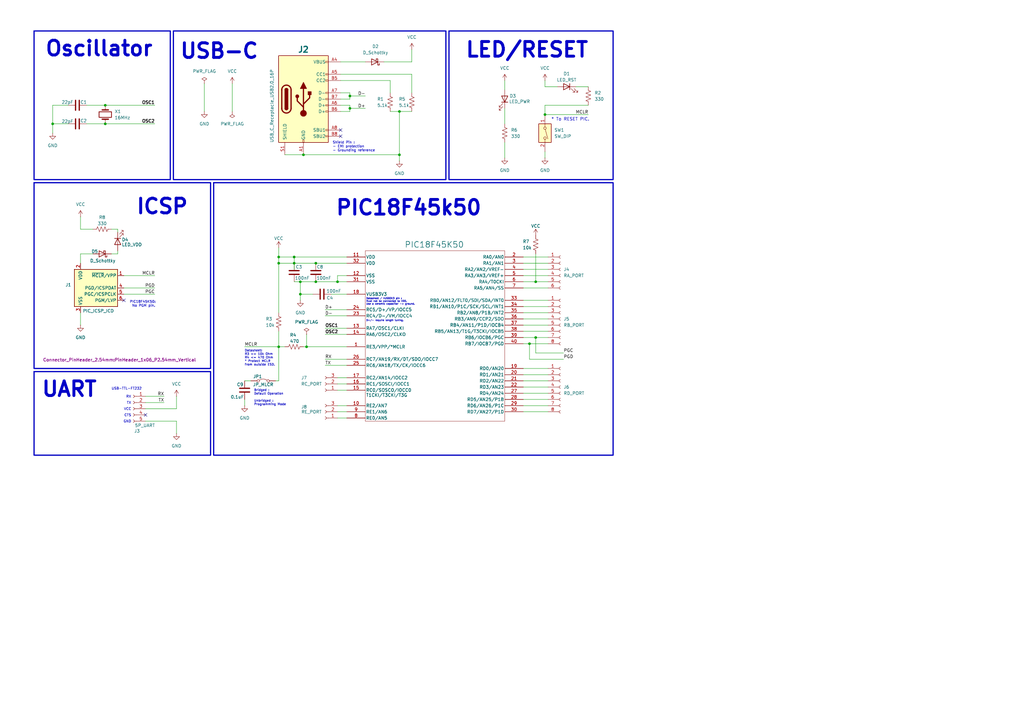
<source format=kicad_sch>
(kicad_sch (version 20231120) (generator "eeschema") (generator_version "8.0")
  (paper "A3")
  (lib_symbols
    (symbol "Connector:Conn_01x03_Socket" (pin_names (offset 1.016) hide)
      (property "Reference" "J" (at 0 5.08 0))
      (property "Value" "Conn_01x03_Socket" (at 0 -5.08 0))
      (symbol "Conn_01x03_Socket_1_1"
        (arc (start 0 -2.032) (mid -0.5058 -2.54) (end 0 -3.048) (stroke (width 0.1524)))
        (polyline (pts (xy -1.27 -2.54) (xy -0.508 -2.54)) (stroke (width 0.1524)))
        (polyline (pts (xy -1.27 0) (xy -0.508 0)) (stroke (width 0.1524)))
        (polyline (pts (xy -1.27 2.54) (xy -0.508 2.54)) (stroke (width 0.1524)))
        (arc (start 0 0.508) (mid -0.5058 0) (end 0 -0.508) (stroke (width 0.1524)))
        (arc (start 0 3.048) (mid -0.5058 2.54) (end 0 2.032) (stroke (width 0.1524)))
        (pin passive line (at -5.08 2.54 0) (length 3.81) (name "Pin_1") (number "1"))
        (pin passive line (at -5.08 0 0) (length 3.81) (name "Pin_2") (number "2"))
        (pin passive line (at -5.08 -2.54 0) (length 3.81) (name "Pin_3") (number "3"))
      )
    )
    (symbol "Connector:Conn_01x05_Socket" (pin_names (offset 1.016) hide)
      (property "Reference" "J" (at 0 7.62 0))
      (property "Value" "Conn_01x05_Socket" (at 0 -7.62 0))
      (symbol "Conn_01x05_Socket_1_1"
        (arc (start 0 -4.572) (mid -0.5058 -5.08) (end 0 -5.588) (stroke (width 0.1524)))
        (arc (start 0 -2.032) (mid -0.5058 -2.54) (end 0 -3.048) (stroke (width 0.1524)))
        (polyline (pts (xy -1.27 -5.08) (xy -0.508 -5.08)) (stroke (width 0.1524)))
        (polyline (pts (xy -1.27 -2.54) (xy -0.508 -2.54)) (stroke (width 0.1524)))
        (polyline (pts (xy -1.27 0) (xy -0.508 0)) (stroke (width 0.1524)))
        (polyline (pts (xy -1.27 2.54) (xy -0.508 2.54)) (stroke (width 0.1524)))
        (polyline (pts (xy -1.27 5.08) (xy -0.508 5.08)) (stroke (width 0.1524)))
        (arc (start 0 0.508) (mid -0.5058 0) (end 0 -0.508) (stroke (width 0.1524)))
        (arc (start 0 3.048) (mid -0.5058 2.54) (end 0 2.032) (stroke (width 0.1524)))
        (arc (start 0 5.588) (mid -0.5058 5.08) (end 0 4.572) (stroke (width 0.1524)))
        (pin passive line (at -5.08 5.08 0) (length 3.81) (name "Pin_1") (number "1"))
        (pin passive line (at -5.08 2.54 0) (length 3.81) (name "Pin_2") (number "2"))
        (pin passive line (at -5.08 0 0) (length 3.81) (name "Pin_3") (number "3"))
        (pin passive line (at -5.08 -2.54 0) (length 3.81) (name "Pin_4") (number "4"))
        (pin passive line (at -5.08 -5.08 0) (length 3.81) (name "Pin_5") (number "5"))
      )
    )
    (symbol "Connector:Conn_01x06_Socket" (pin_names (offset 1.016) hide)
      (property "Reference" "J" (at 0 7.62 0))
      (property "Value" "Conn_01x06_Socket" (at 0 -10.16 0))
      (symbol "Conn_01x06_Socket_1_1"
        (arc (start 0 -7.112) (mid -0.5058 -7.62) (end 0 -8.128) (stroke (width 0.1524)))
        (arc (start 0 -4.572) (mid -0.5058 -5.08) (end 0 -5.588) (stroke (width 0.1524)))
        (arc (start 0 -2.032) (mid -0.5058 -2.54) (end 0 -3.048) (stroke (width 0.1524)))
        (polyline (pts (xy -1.27 -7.62) (xy -0.508 -7.62)) (stroke (width 0.1524)))
        (polyline (pts (xy -1.27 -5.08) (xy -0.508 -5.08)) (stroke (width 0.1524)))
        (polyline (pts (xy -1.27 -2.54) (xy -0.508 -2.54)) (stroke (width 0.1524)))
        (polyline (pts (xy -1.27 0) (xy -0.508 0)) (stroke (width 0.1524)))
        (polyline (pts (xy -1.27 2.54) (xy -0.508 2.54)) (stroke (width 0.1524)))
        (polyline (pts (xy -1.27 5.08) (xy -0.508 5.08)) (stroke (width 0.1524)))
        (arc (start 0 0.508) (mid -0.5058 0) (end 0 -0.508) (stroke (width 0.1524)))
        (arc (start 0 3.048) (mid -0.5058 2.54) (end 0 2.032) (stroke (width 0.1524)))
        (arc (start 0 5.588) (mid -0.5058 5.08) (end 0 4.572) (stroke (width 0.1524)))
        (pin passive line (at -5.08 5.08 0) (length 3.81) (name "Pin_1") (number "1"))
        (pin passive line (at -5.08 2.54 0) (length 3.81) (name "Pin_2") (number "2"))
        (pin passive line (at -5.08 0 0) (length 3.81) (name "Pin_3") (number "3"))
        (pin passive line (at -5.08 -2.54 0) (length 3.81) (name "Pin_4") (number "4"))
        (pin passive line (at -5.08 -5.08 0) (length 3.81) (name "Pin_5") (number "5"))
        (pin passive line (at -5.08 -7.62 0) (length 3.81) (name "Pin_6") (number "6"))
      )
    )
    (symbol "Connector:Conn_01x08_Socket" (pin_names (offset 1.016) hide)
      (property "Reference" "J" (at 0 10.16 0))
      (property "Value" "Conn_01x08_Socket" (at 0 -12.7 0))
      (symbol "Conn_01x08_Socket_1_1"
        (arc (start 0 -9.652) (mid -0.5058 -10.16) (end 0 -10.668) (stroke (width 0.1524)))
        (arc (start 0 -7.112) (mid -0.5058 -7.62) (end 0 -8.128) (stroke (width 0.1524)))
        (arc (start 0 -4.572) (mid -0.5058 -5.08) (end 0 -5.588) (stroke (width 0.1524)))
        (arc (start 0 -2.032) (mid -0.5058 -2.54) (end 0 -3.048) (stroke (width 0.1524)))
        (polyline (pts (xy -1.27 -10.16) (xy -0.508 -10.16)) (stroke (width 0.1524)))
        (polyline (pts (xy -1.27 -7.62) (xy -0.508 -7.62)) (stroke (width 0.1524)))
        (polyline (pts (xy -1.27 -5.08) (xy -0.508 -5.08)) (stroke (width 0.1524)))
        (polyline (pts (xy -1.27 -2.54) (xy -0.508 -2.54)) (stroke (width 0.1524)))
        (polyline (pts (xy -1.27 0) (xy -0.508 0)) (stroke (width 0.1524)))
        (polyline (pts (xy -1.27 2.54) (xy -0.508 2.54)) (stroke (width 0.1524)))
        (polyline (pts (xy -1.27 5.08) (xy -0.508 5.08)) (stroke (width 0.1524)))
        (polyline (pts (xy -1.27 7.62) (xy -0.508 7.62)) (stroke (width 0.1524)))
        (arc (start 0 0.508) (mid -0.5058 0) (end 0 -0.508) (stroke (width 0.1524)))
        (arc (start 0 3.048) (mid -0.5058 2.54) (end 0 2.032) (stroke (width 0.1524)))
        (arc (start 0 5.588) (mid -0.5058 5.08) (end 0 4.572) (stroke (width 0.1524)))
        (arc (start 0 8.128) (mid -0.5058 7.62) (end 0 7.112) (stroke (width 0.1524)))
        (pin passive line (at -5.08 7.62 0) (length 3.81) (name "Pin_1") (number "1"))
        (pin passive line (at -5.08 5.08 0) (length 3.81) (name "Pin_2") (number "2"))
        (pin passive line (at -5.08 2.54 0) (length 3.81) (name "Pin_3") (number "3"))
        (pin passive line (at -5.08 0 0) (length 3.81) (name "Pin_4") (number "4"))
        (pin passive line (at -5.08 -2.54 0) (length 3.81) (name "Pin_5") (number "5"))
        (pin passive line (at -5.08 -5.08 0) (length 3.81) (name "Pin_6") (number "6"))
        (pin passive line (at -5.08 -7.62 0) (length 3.81) (name "Pin_7") (number "7"))
        (pin passive line (at -5.08 -10.16 0) (length 3.81) (name "Pin_8") (number "8"))
      )
    )
    (symbol "Connector:Conn_PIC_ICSP_ICD"
      (property "Reference" "J" (at 6.35 8.89 0))
      (property "Value" "Conn_PIC_ICSP_ICD" (at -8.89 -1.27 90))
      (symbol "Conn_PIC_ICSP_ICD_0_1"
        (rectangle (start -7.62 7.62) (end 10.16 -7.62) (stroke (width 0.254)) (fill (type background)))
      )
      (symbol "Conn_PIC_ICSP_ICD_1_1"
        (pin passive line (at 12.7 5.08 180) (length 2.54) (name "~{MCLR}/VPP") (number "1"))
        (pin passive line (at -5.08 10.16 270) (length 2.54) (name "VDD") (number "2"))
        (pin power_in line (at -5.08 -10.16 90) (length 2.54) (name "VSS") (number "3"))
        (pin bidirectional line (at 12.7 0 180) (length 2.54) (name "PGD/ICSPDAT") (number "4"))
        (pin output line (at 12.7 -2.54 180) (length 2.54) (name "PGC/ICSPCLK") (number "5"))
        (pin output line (at 12.7 -5.08 180) (length 2.54) (name "PGM/LVP") (number "6"))
      )
    )
    (symbol "Connector:USB_C_Receptacle_USB2.0_16P" (pin_names (offset 1.016))
      (property "Reference" "J" (at 0 22.225 0))
      (property "Value" "USB_C_Receptacle_USB2.0_16P" (at 0 19.685 0))
      (symbol "USB_C_Receptacle_USB2.0_16P_0_0"
        (rectangle (start -0.254 -17.78) (end 0.254 -16.764))
        (rectangle (start 10.16 -14.986) (end 9.144 -15.494))
        (rectangle (start 10.16 -12.446) (end 9.144 -12.954))
        (rectangle (start 10.16 -4.826) (end 9.144 -5.334))
        (rectangle (start 10.16 -2.286) (end 9.144 -2.794))
        (rectangle (start 10.16 0.254) (end 9.144 -0.254))
        (rectangle (start 10.16 2.794) (end 9.144 2.286))
        (rectangle (start 10.16 7.874) (end 9.144 7.366))
        (rectangle (start 10.16 10.414) (end 9.144 9.906))
        (rectangle (start 10.16 15.494) (end 9.144 14.986))
      )
      (symbol "USB_C_Receptacle_USB2.0_16P_0_1"
        (rectangle (start -10.16 17.78) (end 10.16 -17.78) (stroke (width 0.254)) (fill (type background)))
        (arc (start -8.89 -3.81) (mid -6.985 -5.7067) (end -5.08 -3.81) (stroke (width 0.508)))
        (arc (start -7.62 -3.81) (mid -6.985 -4.4423) (end -6.35 -3.81) (stroke (width 0.254)))
        (arc (start -7.62 -3.81) (mid -6.985 -4.4423) (end -6.35 -3.81) (stroke (width 0.254)) (fill (type outline)))
        (rectangle (start -7.62 -3.81) (end -6.35 3.81) (stroke (width 0.254)) (fill (type outline)))
        (arc (start -6.35 3.81) (mid -6.985 4.4423) (end -7.62 3.81) (stroke (width 0.254)))
        (arc (start -6.35 3.81) (mid -6.985 4.4423) (end -7.62 3.81) (stroke (width 0.254)) (fill (type outline)))
        (arc (start -5.08 3.81) (mid -6.985 5.7067) (end -8.89 3.81) (stroke (width 0.508)))
        (circle (center -2.54 1.143) (radius 0.635) (stroke (width 0.254)) (fill (type outline)))
        (circle (center 0 -5.842) (radius 1.27) (fill (type outline)))
        (polyline (pts (xy -8.89 -3.81) (xy -8.89 3.81)) (stroke (width 0.508)))
        (polyline (pts (xy -5.08 3.81) (xy -5.08 -3.81)) (stroke (width 0.508)))
        (polyline (pts (xy 0 -5.842) (xy 0 4.318)) (stroke (width 0.508)))
        (polyline (pts (xy 0 -3.302) (xy -2.54 -0.762) (xy -2.54 0.508)) (stroke (width 0.508)))
        (polyline (pts (xy 0 -2.032) (xy 2.54 0.508) (xy 2.54 1.778)) (stroke (width 0.508)))
        (polyline (pts (xy -1.27 4.318) (xy 0 6.858) (xy 1.27 4.318) (xy -1.27 4.318)) (stroke (width 0.254)) (fill (type outline)))
        (rectangle (start 1.905 1.778) (end 3.175 3.048) (stroke (width 0.254)) (fill (type outline)))
      )
      (symbol "USB_C_Receptacle_USB2.0_16P_1_1"
        (pin passive line (at 0 -22.86 90) (length 5.08) (name "GND") (number "A1"))
        (pin passive line (at 0 -22.86 90) (length 5.08) hide (name "GND") (number "A12"))
        (pin passive line (at 15.24 15.24 180) (length 5.08) (name "VBUS") (number "A4"))
        (pin bidirectional line (at 15.24 10.16 180) (length 5.08) (name "CC1") (number "A5"))
        (pin bidirectional line (at 15.24 -2.54 180) (length 5.08) (name "D+") (number "A6"))
        (pin bidirectional line (at 15.24 2.54 180) (length 5.08) (name "D-") (number "A7"))
        (pin bidirectional line (at 15.24 -12.7 180) (length 5.08) (name "SBU1") (number "A8"))
        (pin passive line (at 15.24 15.24 180) (length 5.08) hide (name "VBUS") (number "A9"))
        (pin passive line (at 0 -22.86 90) (length 5.08) hide (name "GND") (number "B1"))
        (pin passive line (at 0 -22.86 90) (length 5.08) hide (name "GND") (number "B12"))
        (pin passive line (at 15.24 15.24 180) (length 5.08) hide (name "VBUS") (number "B4"))
        (pin bidirectional line (at 15.24 7.62 180) (length 5.08) (name "CC2") (number "B5"))
        (pin bidirectional line (at 15.24 -5.08 180) (length 5.08) (name "D+") (number "B6"))
        (pin bidirectional line (at 15.24 0 180) (length 5.08) (name "D-") (number "B7"))
        (pin bidirectional line (at 15.24 -15.24 180) (length 5.08) (name "SBU2") (number "B8"))
        (pin passive line (at 15.24 15.24 180) (length 5.08) hide (name "VBUS") (number "B9"))
        (pin passive line (at -7.62 -22.86 90) (length 5.08) (name "SHIELD") (number "S1"))
      )
    )
    (symbol "Device:C" (pin_numbers hide) (pin_names (offset 0.254))
      (property "Reference" "C" (at 0.635 2.54 0))
      (property "Value" "C" (at 0.635 -2.54 0))
      (symbol "C_0_1"
        (polyline (pts (xy -2.032 -0.762) (xy 2.032 -0.762)) (stroke (width 0.508)))
        (polyline (pts (xy -2.032 0.762) (xy 2.032 0.762)) (stroke (width 0.508)))
      )
      (symbol "C_1_1"
        (pin passive line (at 0 3.81 270) (length 2.794) (name "~") (number "1"))
        (pin passive line (at 0 -3.81 90) (length 2.794) (name "~") (number "2"))
      )
    )
    (symbol "Device:Crystal" (pin_numbers hide) (pin_names (offset 1.016) hide)
      (property "Reference" "Y" (at 0 3.81 0))
      (property "Value" "Crystal" (at 0 -3.81 0))
      (symbol "Crystal_0_1"
        (rectangle (start -1.143 2.54) (end 1.143 -2.54) (stroke (width 0.3048)))
        (polyline (pts (xy -2.54 0) (xy -1.905 0)))
        (polyline (pts (xy -1.905 -1.27) (xy -1.905 1.27)) (stroke (width 0.508)))
        (polyline (pts (xy 1.905 -1.27) (xy 1.905 1.27)) (stroke (width 0.508)))
        (polyline (pts (xy 2.54 0) (xy 1.905 0)))
      )
      (symbol "Crystal_1_1"
        (pin passive line (at -3.81 0 0) (length 1.27) (name "1") (number "1"))
        (pin passive line (at 3.81 0 180) (length 1.27) (name "2") (number "2"))
      )
    )
    (symbol "Device:D_Schottky" (pin_numbers hide) (pin_names (offset 1.016) hide)
      (property "Reference" "D" (at 0 2.54 0))
      (property "Value" "D_Schottky" (at 0 -2.54 0))
      (symbol "D_Schottky_0_1"
        (polyline (pts (xy 1.27 0) (xy -1.27 0)))
        (polyline (pts (xy 1.27 1.27) (xy 1.27 -1.27) (xy -1.27 0) (xy 1.27 1.27)) (stroke (width 0.254)))
        (polyline (pts (xy -1.905 0.635) (xy -1.905 1.27) (xy -1.27 1.27) (xy -1.27 -1.27) (xy -0.635 -1.27) (xy -0.635 -0.635)) (stroke (width 0.254)))
      )
      (symbol "D_Schottky_1_1"
        (pin passive line (at -3.81 0 0) (length 2.54) (name "K") (number "1"))
        (pin passive line (at 3.81 0 180) (length 2.54) (name "A") (number "2"))
      )
    )
    (symbol "Device:LED" (pin_numbers hide) (pin_names (offset 1.016) hide)
      (property "Reference" "D" (at 0 2.54 0))
      (property "Value" "LED" (at 0 -2.54 0))
      (symbol "LED_0_1"
        (polyline (pts (xy -1.27 -1.27) (xy -1.27 1.27)) (stroke (width 0.254)))
        (polyline (pts (xy -1.27 0) (xy 1.27 0)))
        (polyline (pts (xy 1.27 -1.27) (xy 1.27 1.27) (xy -1.27 0) (xy 1.27 -1.27)) (stroke (width 0.254)))
        (polyline (pts (xy -3.048 -0.762) (xy -4.572 -2.286) (xy -3.81 -2.286) (xy -4.572 -2.286) (xy -4.572 -1.524)))
        (polyline (pts (xy -1.778 -0.762) (xy -3.302 -2.286) (xy -2.54 -2.286) (xy -3.302 -2.286) (xy -3.302 -1.524)))
      )
      (symbol "LED_1_1"
        (pin passive line (at -3.81 0 0) (length 2.54) (name "K") (number "1"))
        (pin passive line (at 3.81 0 180) (length 2.54) (name "A") (number "2"))
      )
    )
    (symbol "Device:R_US" (pin_numbers hide) (pin_names (offset 0))
      (property "Reference" "R" (at 2.54 0 90))
      (property "Value" "R_US" (at -2.54 0 90))
      (symbol "R_US_0_1"
        (polyline (pts (xy 0 -2.286) (xy 0 -2.54)))
        (polyline (pts (xy 0 2.286) (xy 0 2.54)))
        (polyline (pts (xy 0 -0.762) (xy 1.016 -1.143) (xy 0 -1.524) (xy -1.016 -1.905) (xy 0 -2.286)))
        (polyline (pts (xy 0 0.762) (xy 1.016 0.381) (xy 0 0) (xy -1.016 -0.381) (xy 0 -0.762)))
        (polyline (pts (xy 0 2.286) (xy 1.016 1.905) (xy 0 1.524) (xy -1.016 1.143) (xy 0 0.762)))
      )
      (symbol "R_US_1_1"
        (pin passive line (at 0 3.81 270) (length 1.27) (name "~") (number "1"))
        (pin passive line (at 0 -3.81 90) (length 1.27) (name "~") (number "2"))
      )
    )
    (symbol "Jumper:Jumper_2_Bridged" (pin_numbers hide) (pin_names (offset 0) hide) (exclude_from_sim yes)
      (property "Reference" "JP" (at 0 1.905 0))
      (property "Value" "Jumper_2_Bridged" (at 0 -2.54 0))
      (symbol "Jumper_2_Bridged_0_0"
        (circle (center -2.032 0) (radius 0.508))
        (circle (center 2.032 0) (radius 0.508))
      )
      (symbol "Jumper_2_Bridged_0_1"
        (arc (start 1.524 0.254) (mid 0 0.762) (end -1.524 0.254))
      )
      (symbol "Jumper_2_Bridged_1_1"
        (pin passive line (at -5.08 0 0) (length 2.54) (name "A") (number "1"))
        (pin passive line (at 5.08 0 180) (length 2.54) (name "B") (number "2"))
      )
    )
    (symbol "PIC18F45K50_I_P:PIC18F45K50-I_P" (pin_names (offset 0.254))
      (property "Reference" "PIC18F45K50" (at 23.622 2.54 0))
      (symbol "PIC18F45K50-I_P_0_1"
        (polyline (pts (xy 7.62 -69.85) (xy 64.77 -69.85)) (stroke (width 0.127)))
        (polyline (pts (xy 7.62 0) (xy 7.62 -69.85)) (stroke (width 0.127)))
        (polyline (pts (xy 64.77 -69.85) (xy 64.77 0)) (stroke (width 0.127)))
        (polyline (pts (xy 64.77 0) (xy 7.62 0)) (stroke (width 0.127)))
      )
      (symbol "PIC18F45K50-I_P_1_1"
        (text private "1) VUSB3V3 = Power Output :\nPIC will provide regulated 3V3 \nderived from the USB's VBUS(5V). " (at -51.816 -3.556 0) (effects (font (size 1.27 1.27)) (justify left)))
        (text private "2) MCLR = Power Input.\nUsed to reset MCU when :\npulled to a low-V / GND." (at -51.816 -21.082 0) (effects (font (size 1.27 1.27)) (justify left)))
        (text private "2) VDD/VSS pins = Power Input.\nSince they all depends on \nexternal power-supply." (at -51.816 -11.938 0) (effects (font (size 1.27 1.27)) (justify left)))
        (pin power_in line (at 0 -39.37 0) (length 7.62) (name "RE3/VPP/*MCLR") (number "1"))
        (pin bidirectional line (at 0 -63.5 0) (length 7.62) (name "RE2/AN7") (number "10"))
        (pin power_in line (at 0 -2.54 0) (length 7.62) (name "VDD") (number "11"))
        (pin power_in line (at 0 -10.16 0) (length 7.62) (name "VSS") (number "12"))
        (pin bidirectional line (at 0 -31.75 0) (length 7.62) (name "RA7/OSC1/CLKI") (number "13"))
        (pin bidirectional line (at 0 -34.29 0) (length 7.62) (name "RA6/OSC2/CLKO") (number "14"))
        (pin bidirectional line (at 0 -57.15 0) (length 7.62) (name "\nRC0/SOSCO/IOCC0\nT1CKI/T3CKI/T3G") (number "15"))
        (pin bidirectional line (at 0 -54.61 0) (length 7.62) (name "RC1/SOSCI/IOCC1") (number "16"))
        (pin bidirectional line (at 0 -52.07 0) (length 7.62) (name "RC2/AN14/IOCC2") (number "17"))
        (pin power_out line (at 0 -17.78 0) (length 7.62) (name "VUSB3V3") (number "18"))
        (pin bidirectional line (at 72.39 -48.26 180) (length 7.62) (name "RD0/AN20") (number "19"))
        (pin bidirectional line (at 72.39 -2.54 180) (length 7.62) (name "RA0/AN0") (number "2"))
        (pin bidirectional line (at 72.39 -50.8 180) (length 7.62) (name "RD1/AN21") (number "20"))
        (pin bidirectional line (at 72.39 -53.34 180) (length 7.62) (name "RD2/AN22") (number "21"))
        (pin bidirectional line (at 72.39 -55.88 180) (length 7.62) (name "RD3/AN23") (number "22"))
        (pin bidirectional line (at 0 -26.67 0) (length 7.62) (name "RC4/D-/VM/IOCC4") (number "23"))
        (pin bidirectional line (at 0 -24.13 0) (length 7.62) (name "RC5/D+/VP/IOCC5") (number "24"))
        (pin bidirectional line (at 0 -46.99 0) (length 7.62) (name "RC6/AN18/TX/CK/IOCC6") (number "25"))
        (pin bidirectional line (at 0 -44.45 0) (length 7.62) (name "RC7/AN19/RX/DT/SDO/IOCC7") (number "26"))
        (pin bidirectional line (at 72.39 -58.42 180) (length 7.62) (name "RD4/AN24") (number "27"))
        (pin bidirectional line (at 72.39 -60.96 180) (length 7.62) (name "RD5/AN25/P1B") (number "28"))
        (pin bidirectional line (at 72.39 -63.5 180) (length 7.62) (name "RD6/AN26/P1C") (number "29"))
        (pin bidirectional line (at 72.39 -5.08 180) (length 7.62) (name "RA1/AN1") (number "3"))
        (pin bidirectional line (at 72.39 -66.04 180) (length 7.62) (name "RD7/AN27/P1D") (number "30"))
        (pin power_in line (at 0 -12.7 0) (length 7.62) (name "VSS") (number "31"))
        (pin power_in line (at 0 -5.08 0) (length 7.62) (name "VDD") (number "32"))
        (pin bidirectional line (at 72.39 -20.32 180) (length 7.62) (name "RB0/AN12/FLT0/SDI/SDA/INT0") (number "33"))
        (pin bidirectional line (at 72.39 -22.86 180) (length 7.62) (name "RB1/AN10/P1C/SCK/SCL/INT1") (number "34"))
        (pin bidirectional line (at 72.39 -25.4 180) (length 7.62) (name "RB2/AN8/P1B/INT2") (number "35"))
        (pin bidirectional line (at 72.39 -27.94 180) (length 7.62) (name "RB3/AN9/CCP2/SDO") (number "36"))
        (pin bidirectional line (at 72.39 -30.48 180) (length 7.62) (name "RB4/AN11/P1D/IOCB4") (number "37"))
        (pin bidirectional line (at 72.39 -33.02 180) (length 7.62) (name "RB5/AN13/T1G/T3CKI/IOCB5") (number "38"))
        (pin bidirectional line (at 72.39 -35.56 180) (length 7.62) (name "RB6/IOCB6/PGC") (number "39"))
        (pin bidirectional line (at 72.39 -7.62 180) (length 7.62) (name "RA2/AN2/VREF-") (number "4"))
        (pin bidirectional line (at 72.39 -38.1 180) (length 7.62) (name "RB7/IOCB7/PGD") (number "40"))
        (pin bidirectional line (at 72.39 -10.16 180) (length 7.62) (name "RA3/AN3/VREF+") (number "5"))
        (pin bidirectional line (at 72.39 -12.7 180) (length 7.62) (name "RA4/T0CKI") (number "6"))
        (pin bidirectional line (at 72.39 -15.24 180) (length 7.62) (name "RA5/AN4/SS") (number "7"))
        (pin bidirectional line (at 0 -68.58 0) (length 7.62) (name "RE0/AN5") (number "8"))
        (pin bidirectional line (at 0 -66.04 0) (length 7.62) (name "RE1/AN6") (number "9"))
      )
    )
    (symbol "Switch:SW_DIP_x01" (pin_names (offset 0) hide)
      (property "Reference" "SW" (at 0 3.81 0))
      (property "Value" "SW_DIP_x01" (at 0 -3.81 0))
      (symbol "SW_DIP_x01_0_0"
        (circle (center -2.032 0) (radius 0.508))
        (polyline (pts (xy -1.524 0.127) (xy 2.3622 1.1684)))
        (circle (center 2.032 0) (radius 0.508))
      )
      (symbol "SW_DIP_x01_0_1"
        (rectangle (start -3.81 2.54) (end 3.81 -2.54) (stroke (width 0.254)) (fill (type background)))
      )
      (symbol "SW_DIP_x01_1_1"
        (pin passive line (at -7.62 0 0) (length 5.08) (name "~") (number "1"))
        (pin passive line (at 7.62 0 180) (length 5.08) (name "~") (number "2"))
      )
    )
    (symbol "power:GND" (power) (pin_numbers hide) (pin_names (offset 0) hide)
      (property "Value" "GND" (at 0 -3.81 0))
      (symbol "GND_0_1"
        (polyline (pts (xy 0 0) (xy 0 -1.27) (xy 1.27 -1.27) (xy 0 -2.54) (xy -1.27 -1.27) (xy 0 -1.27)))
      )
      (symbol "GND_1_1"
        (pin power_in line (at 0 0 270) (length 0) (name "~") (number "1"))
      )
    )
    (symbol "power:PWR_FLAG" (power) (pin_numbers hide) (pin_names (offset 0) hide)
      (property "Value" "PWR_FLAG" (at 0 3.81 0))
      (symbol "PWR_FLAG_0_0"
        (pin power_out line (at 0 0 90) (length 0) (name "~") (number "1"))
      )
      (symbol "PWR_FLAG_0_1"
        (polyline (pts (xy 0 0) (xy 0 1.27) (xy -1.016 1.905) (xy 0 2.54) (xy 1.016 1.905) (xy 0 1.27)))
      )
    )
    (symbol "power:VCC" (power) (pin_numbers hide) (pin_names (offset 0) hide)
      (property "Value" "VCC" (at 0 3.556 0))
      (symbol "VCC_0_1"
        (polyline (pts (xy -0.762 1.27) (xy 0 2.54)))
        (polyline (pts (xy 0 0) (xy 0 2.54)))
        (polyline (pts (xy 0 2.54) (xy 0.762 1.27)))
      )
      (symbol "VCC_1_1"
        (pin power_in line (at 0 0 90) (length 0) (name "~") (number "1"))
      )
    )
  )
  (junction (at 43.18 50.8))
  (junction (at 129.54 107.95))
  (junction (at 223.52 46.99))
  (junction (at 129.54 115.57))
  (junction (at 219.71 138.43))
  (junction (at 163.83 63.5))
  (junction (at 123.19 115.57))
  (junction (at 123.19 120.65))
  (junction (at 124.46 63.5))
  (junction (at 163.83 45.72))
  (junction (at 21.59 50.8))
  (junction (at 43.18 43.18))
  (junction (at 114.3 107.95))
  (junction (at 114.3 142.24))
  (junction (at 143.51 44.45))
  (junction (at 143.51 39.37))
  (junction (at 219.71 115.57))
  (junction (at 114.3 105.41))
  (junction (at 120.65 105.41))
  (junction (at 217.17 140.97))
  (junction (at 138.43 115.57))
  (junction (at 125.73 142.24))
  (junction (at 120.65 107.95))
  (no_connect (at 139.7 53.34))
  (no_connect (at 50.8 123.19))
  (no_connect (at 59.69 170.18))
  (no_connect (at 139.7 55.88))
  (wire (pts (xy 21.59 43.18) (xy 27.94 43.18)))
  (wire (pts (xy 219.71 144.78) (xy 231.14 144.78)))
  (wire (pts (xy 138.43 154.94) (xy 142.24 154.94)))
  (wire (pts (xy 223.52 33.02) (xy 223.52 35.56)))
  (wire (pts (xy 224.79 151.13) (xy 214.63 151.13)))
  (wire (pts (xy 133.35 137.16) (xy 142.24 137.16)))
  (wire (pts (xy 138.43 166.37) (xy 142.24 166.37)))
  (wire (pts (xy 224.79 123.19) (xy 214.63 123.19)))
  (wire (pts (xy 114.3 156.21) (xy 113.03 156.21)))
  (wire (pts (xy 114.3 135.89) (xy 114.3 142.24)))
  (wire (pts (xy 224.79 110.49) (xy 214.63 110.49)))
  (wire (pts (xy 138.43 171.45) (xy 142.24 171.45)))
  (wire (pts (xy 219.71 115.57) (xy 214.63 115.57)))
  (wire (pts (xy 48.26 93.98) (xy 48.26 95.25)))
  (wire (pts (xy 224.79 135.89) (xy 214.63 135.89)))
  (wire (pts (xy 72.39 172.72) (xy 72.39 177.8)))
  (wire (pts (xy 50.8 118.11) (xy 63.5 118.11)))
  (wire (pts (xy 125.73 142.24) (xy 142.24 142.24)))
  (wire (pts (xy 168.91 25.4) (xy 157.48 25.4)))
  (wire (pts (xy 231.14 147.32) (xy 217.17 147.32)))
  (wire (pts (xy 21.59 43.18) (xy 21.59 50.8)))
  (wire (pts (xy 143.51 39.37) (xy 143.51 40.64)))
  (wire (pts (xy 72.39 162.56) (xy 72.39 167.64)))
  (wire (pts (xy 224.79 128.27) (xy 214.63 128.27)))
  (wire (pts (xy 116.84 63.5) (xy 124.46 63.5)))
  (wire (pts (xy 219.71 104.14) (xy 219.71 115.57)))
  (wire (pts (xy 224.79 156.21) (xy 214.63 156.21)))
  (wire (pts (xy 129.54 115.57) (xy 138.43 115.57)))
  (wire (pts (xy 114.3 142.24) (xy 116.84 142.24)))
  (wire (pts (xy 124.46 142.24) (xy 125.73 142.24)))
  (wire (pts (xy 50.8 113.03) (xy 63.5 113.03)))
  (wire (pts (xy 224.79 161.29) (xy 214.63 161.29)))
  (wire (pts (xy 129.54 107.95) (xy 142.24 107.95)))
  (wire (pts (xy 139.7 38.1) (xy 143.51 38.1)))
  (wire (pts (xy 35.56 50.8) (xy 43.18 50.8)))
  (wire (pts (xy 224.79 107.95) (xy 214.63 107.95)))
  (wire (pts (xy 149.86 39.37) (xy 143.51 39.37)))
  (wire (pts (xy 163.83 66.04) (xy 163.83 63.5)))
  (wire (pts (xy 224.79 133.35) (xy 214.63 133.35)))
  (wire (pts (xy 142.24 115.57) (xy 138.43 115.57)))
  (wire (pts (xy 224.79 158.75) (xy 214.63 158.75)))
  (wire (pts (xy 100.33 142.24) (xy 114.3 142.24)))
  (wire (pts (xy 83.82 45.72) (xy 83.82 34.29)))
  (wire (pts (xy 33.02 88.9) (xy 33.02 93.98)))
  (wire (pts (xy 63.5 50.8) (xy 43.18 50.8)))
  (wire (pts (xy 100.33 166.37) (xy 100.33 163.83)))
  (wire (pts (xy 224.79 113.03) (xy 214.63 113.03)))
  (wire (pts (xy 160.02 33.02) (xy 160.02 38.1)))
  (wire (pts (xy 139.7 33.02) (xy 160.02 33.02)))
  (wire (pts (xy 21.59 50.8) (xy 21.59 54.61)))
  (wire (pts (xy 163.83 45.72) (xy 168.91 45.72)))
  (wire (pts (xy 168.91 30.48) (xy 168.91 38.1)))
  (wire (pts (xy 163.83 45.72) (xy 163.83 63.5)))
  (wire (pts (xy 142.24 113.03) (xy 138.43 113.03)))
  (wire (pts (xy 143.51 44.45) (xy 143.51 45.72)))
  (wire (pts (xy 100.33 156.21) (xy 102.87 156.21)))
  (wire (pts (xy 224.79 153.67) (xy 214.63 153.67)))
  (wire (pts (xy 223.52 43.18) (xy 223.52 46.99)))
  (wire (pts (xy 224.79 168.91) (xy 214.63 168.91)))
  (wire (pts (xy 124.46 63.5) (xy 163.83 63.5)))
  (wire (pts (xy 223.52 46.99) (xy 241.3 46.99)))
  (wire (pts (xy 123.19 115.57) (xy 123.19 120.65)))
  (wire (pts (xy 217.17 140.97) (xy 214.63 140.97)))
  (wire (pts (xy 168.91 20.32) (xy 168.91 25.4)))
  (wire (pts (xy 138.43 115.57) (xy 138.43 113.03)))
  (wire (pts (xy 224.79 166.37) (xy 214.63 166.37)))
  (wire (pts (xy 224.79 163.83) (xy 214.63 163.83)))
  (wire (pts (xy 95.25 34.29) (xy 95.25 45.72)))
  (wire (pts (xy 207.01 64.77) (xy 207.01 58.42)))
  (wire (pts (xy 223.52 35.56) (xy 228.6 35.56)))
  (wire (pts (xy 224.79 130.81) (xy 214.63 130.81)))
  (wire (pts (xy 48.26 104.14) (xy 45.72 104.14)))
  (wire (pts (xy 35.56 43.18) (xy 43.18 43.18)))
  (wire (pts (xy 50.8 120.65) (xy 63.5 120.65)))
  (wire (pts (xy 133.35 147.32) (xy 142.24 147.32)))
  (wire (pts (xy 33.02 93.98) (xy 38.1 93.98)))
  (wire (pts (xy 120.65 105.41) (xy 142.24 105.41)))
  (wire (pts (xy 33.02 104.14) (xy 33.02 107.95)))
  (wire (pts (xy 133.35 129.54) (xy 142.24 129.54)))
  (wire (pts (xy 135.89 120.65) (xy 142.24 120.65)))
  (wire (pts (xy 207.01 33.02) (xy 207.01 36.83)))
  (wire (pts (xy 207.01 44.45) (xy 207.01 50.8)))
  (wire (pts (xy 120.65 115.57) (xy 123.19 115.57)))
  (wire (pts (xy 138.43 160.02) (xy 142.24 160.02)))
  (wire (pts (xy 149.86 44.45) (xy 143.51 44.45)))
  (wire (pts (xy 38.1 104.14) (xy 33.02 104.14)))
  (wire (pts (xy 72.39 167.64) (xy 59.69 167.64)))
  (wire (pts (xy 224.79 125.73) (xy 214.63 125.73)))
  (wire (pts (xy 139.7 30.48) (xy 168.91 30.48)))
  (wire (pts (xy 133.35 149.86) (xy 142.24 149.86)))
  (wire (pts (xy 143.51 43.18) (xy 143.51 44.45)))
  (wire (pts (xy 123.19 120.65) (xy 128.27 120.65)))
  (wire (pts (xy 133.35 127) (xy 142.24 127)))
  (wire (pts (xy 114.3 107.95) (xy 114.3 128.27)))
  (wire (pts (xy 214.63 138.43) (xy 219.71 138.43)))
  (wire (pts (xy 133.35 134.62) (xy 142.24 134.62)))
  (wire (pts (xy 138.43 168.91) (xy 142.24 168.91)))
  (wire (pts (xy 139.7 25.4) (xy 149.86 25.4)))
  (wire (pts (xy 224.79 138.43) (xy 219.71 138.43)))
  (wire (pts (xy 217.17 147.32) (xy 217.17 140.97)))
  (wire (pts (xy 114.3 101.6) (xy 114.3 105.41)))
  (wire (pts (xy 59.69 172.72) (xy 72.39 172.72)))
  (wire (pts (xy 63.5 43.18) (xy 43.18 43.18)))
  (wire (pts (xy 160.02 45.72) (xy 163.83 45.72)))
  (wire (pts (xy 114.3 156.21) (xy 114.3 142.24)))
  (wire (pts (xy 223.52 43.18) (xy 241.3 43.18)))
  (wire (pts (xy 114.3 105.41) (xy 120.65 105.41)))
  (wire (pts (xy 48.26 102.87) (xy 48.26 104.14)))
  (wire (pts (xy 123.19 115.57) (xy 129.54 115.57)))
  (wire (pts (xy 224.79 115.57) (xy 219.71 115.57)))
  (wire (pts (xy 21.59 50.8) (xy 27.94 50.8)))
  (wire (pts (xy 223.52 62.23) (xy 223.52 64.77)))
  (wire (pts (xy 114.3 107.95) (xy 120.65 107.95)))
  (wire (pts (xy 125.73 137.16) (xy 125.73 142.24)))
  (wire (pts (xy 45.72 93.98) (xy 48.26 93.98)))
  (wire (pts (xy 224.79 140.97) (xy 217.17 140.97)))
  (wire (pts (xy 224.79 105.41) (xy 214.63 105.41)))
  (wire (pts (xy 236.22 35.56) (xy 241.3 35.56)))
  (wire (pts (xy 120.65 107.95) (xy 120.65 110.49)))
  (wire (pts (xy 143.51 38.1) (xy 143.51 39.37)))
  (wire (pts (xy 114.3 105.41) (xy 114.3 107.95)))
  (wire (pts (xy 139.7 40.64) (xy 143.51 40.64)))
  (wire (pts (xy 138.43 157.48) (xy 142.24 157.48)))
  (wire (pts (xy 120.65 107.95) (xy 129.54 107.95)))
  (wire (pts (xy 139.7 43.18) (xy 143.51 43.18)))
  (wire (pts (xy 219.71 138.43) (xy 219.71 144.78)))
  (wire (pts (xy 139.7 45.72) (xy 143.51 45.72)))
  (wire (pts (xy 224.79 118.11) (xy 214.63 118.11)))
  (wire (pts (xy 67.31 162.56) (xy 59.69 162.56)))
  (wire (pts (xy 120.65 105.41) (xy 120.65 107.95)))
  (wire (pts (xy 67.31 165.1) (xy 59.69 165.1)))
  (wire (pts (xy 33.02 128.27) (xy 33.02 133.35)))
  (wire (pts (xy 123.19 120.65) (xy 123.19 123.19)))
  (rectangle (start 13.97 152.4) (end 86.36 186.69) (stroke (width 0.5)))
  (rectangle (start 87.63 74.93) (end 251.46 186.69) (stroke (width 0.5)))
  (rectangle (start 184.15 12.7) (end 251.46 73.66) (stroke (width 0.5)))
  (rectangle (start 13.97 74.93) (end 86.36 151.13) (stroke (width 0.5)))
  (rectangle (start 13.97 12.7) (end 69.85 73.66) (stroke (width 0.5)))
  (rectangle (start 71.12 12.7) (end 182.88 73.66) (stroke (width 0.5)))
  (text "LED/RESET" (at 216.154 20.574 0) (effects (font (size 6 6) (bold yes))))
  (text "USB-C" (at 89.916 21.082 0) (effects (font (size 6 6) (bold yes))))
  (text "* To RESET PIC." (at 233.934 49.022 0) (effects (font (size 1.27 1.27))))
  (text "Datasheet:\nR3 <= 10k Ohm\nR4 <= 470 Ohm\n* Protect MCLR\nfrom outside ESD.\n" (at 100.33 146.812 0) (effects (font (size 0.9 0.9)) (justify left)))
  (text "D+/- require length tuning." (at 150.114 131.572 0) (effects (font (size 0.7 0.7)) (justify left)))
  (text "ICSP" (at 66.548 84.836 0) (effects (font (size 6 6) (bold yes))))
  (text "CTS" (at 53.848 170.434 0) (effects (font (size 1 1)) (justify right)))
  (text "Bridged :\nDefault Operation\n\nUnbridged :\nProgramming Mode" (at 104.14 163.068 0) (effects (font (size 0.9 0.9)) (justify left)))
  (text "Shield Pin :\n- EMI protection\n- Grounding reference" (at 136.398 60.198 0) (effects (font (size 1 1)) (justify left)))
  (text "Datasheet / VUSB3V3 pin :\nMust not be connected to VDD.\nUse a ceramic capacitor -> ground." (at 150.114 123.698 0) (effects (font (size 0.7 0.7)) (justify left)))
  (text "VCC" (at 53.848 167.894 0) (effects (font (size 1 1)) (justify right)))
  (text "GND" (at 53.848 172.974 0) (effects (font (size 1 1)) (justify right)))
  (text "UART" (at 28.448 159.766 0) (effects (font (size 6 6) (bold yes))))
  (text "TX" (at 53.848 165.354 0) (effects (font (size 1 1)) (justify right)))
  (text "USB-TTL-FT232" (at 58.166 159.512 0) (effects (font (size 1 1)) (justify right)))
  (text "RX" (at 53.848 162.814 0) (effects (font (size 1 1)) (justify right)))
  (text "Oscillator" (at 40.64 20.066 0) (effects (font (size 6 6) (bold yes))))
  (text "PIC18F45K50: \nNo PGM pin." (at 58.928 124.714 0) (effects (font (size 1 1))))
  (text "PIC18F45k50" (at 167.64 85.344 0) (effects (font (size 6 6) (bold yes))))
  (label "D+" (at 149.86 44.45 180))
  (label "MCLR" (at 63.5 113.03 180))
  (label "PGC" (at 63.5 120.65 180))
  (label "OSC2" (at 133.35 137.16 0) (effects (font (bold yes))))
  (label "OSC2" (at 63.5 50.8 180) (effects (font (bold yes))))
  (label "PGD" (at 231.14 147.32 0))
  (label "PGC" (at 231.14 144.78 0))
  (label "RX" (at 133.35 147.32 0))
  (label "OSC1" (at 63.5 43.18 180) (effects (font (bold yes))))
  (label "D+" (at 133.35 127 0))
  (label "D-" (at 133.35 129.54 0))
  (label "PGD" (at 63.5 118.11 180))
  (label "MCLR" (at 100.33 142.24 0))
  (label "RX" (at 67.31 162.56 180))
  (label "TX" (at 67.31 165.1 180))
  (label "OSC1" (at 133.35 134.62 0) (effects (font (bold yes))))
  (label "D-" (at 149.86 39.37 180))
  (label "TX" (at 133.35 149.86 0))
  (label "MCLR" (at 241.3 46.99 180))
  (symbol (lib_id "Device:C") (at 120.65 111.76 0) (mirror y) (unit 1)
    (property "Reference" "C3" (at 123.952 109.474 0) (effects (justify left)))
    (property "Value" "100nF" (at 127 114.046 0) (effects (justify left)))
    (property "Footprint" "Capacitor_THT:CP_Radial_D4.0mm_P2.00mm" (effects (hide yes)))
    (property "Description" "Unpolarized capacitor" (effects (hide yes)))
  )
  (symbol (lib_id "Device:R_US") (at 120.65 142.24 270) (unit 1)
    (property "Reference" "R4" (at 118.872 137.414 90) (effects (justify left)))
    (property "Value" "470" (at 118.872 139.954 90) (effects (justify left)))
    (property "Footprint" "Resistor_THT:R_Axial_DIN0204_L3.6mm_D1.6mm_P5.08mm_Horizontal" (effects (hide yes)))
    (property "Description" "Resistor, US symbol" (effects (hide yes)))
  )
  (symbol (lib_id "Device:D_Schottky") (at 41.91 104.14 180) (unit 1)
    (property "Reference" "D5" (at 38.862 103.124 0))
    (property "Value" "D_Schottky" (at 42.164 106.934 0))
    (property "Footprint" "Diode_THT:D_DO-34_SOD68_P7.62mm_Horizontal" (effects (hide yes)))
    (property "Description" "Schottky diode" (effects (hide yes)))
  )
  (symbol (lib_id "power:VCC") (at 207.01 33.02 0) (unit 1)
    (property "Reference" "#PWR012" (effects (hide yes)))
    (property "Value" "VCC" (at 207.01 27.94 0))
    (property "Description" "Power symbol creates a global label with name \"VCC\"" (effects (hide yes)))
  )
  (symbol (lib_id "power:GND") (at 72.39 177.8 0) (unit 1)
    (property "Reference" "#PWR011" (effects (hide yes)))
    (property "Value" "GND" (at 72.39 182.88 0))
    (property "Description" "Power symbol creates a global label with name \"GND\" , ground" (effects (hide yes)))
  )
  (symbol (lib_id "Connector:Conn_01x05_Socket") (at 54.61 167.64 0) (mirror y) (unit 1)
    (property "Reference" "J3" (at 57.404 176.784 0) (effects (justify left)))
    (property "Value" "5P_UART" (at 59.436 174.498 0))
    (property "Footprint" "Connector_PinSocket_2.54mm:PinSocket_1x05_P2.54mm_Vertical" (effects (hide yes)))
    (property "Description" "Generic connector, single row, 01x05, script generated" (effects (hide yes)))
  )
  (symbol (lib_id "power:GND") (at 33.02 133.35 0) (unit 1)
    (property "Reference" "#PWR02" (effects (hide yes)))
    (property "Value" "GND" (at 33.02 138.43 0))
    (property "Description" "Power symbol creates a global label with name \"GND\" , ground" (effects (hide yes)))
  )
  (symbol (lib_id "Switch:SW_DIP_x01") (at 223.52 54.61 270) (unit 1)
    (property "Reference" "SW1" (at 227.33 53.3399 90) (effects (justify left)))
    (property "Value" "SW_DIP" (at 227.33 55.8799 90) (effects (justify left)))
    (property "Footprint" "Button_Switch_THT:SW_PUSH_6mm" (effects (hide yes)))
    (property "Description" "1x DIP Switch, Single Pole Single Throw (SPST) switch, small symbol" (effects (hide yes)))
  )
  (symbol (lib_id "Device:R_US") (at 41.91 93.98 90) (unit 1)
    (property "Reference" "R8" (at 41.91 89.154 90))
    (property "Value" "330" (at 41.91 91.694 90))
    (property "Footprint" "Resistor_THT:R_Axial_DIN0204_L3.6mm_D1.6mm_P5.08mm_Horizontal" (effects (hide yes)))
    (property "Description" "Resistor, US symbol" (effects (hide yes)))
  )
  (symbol (lib_id "Device:C") (at 100.33 160.02 180) (unit 1)
    (property "Reference" "C9" (at 99.822 157.734 0) (effects (justify left)))
    (property "Value" "0.1uF" (at 100.076 162.814 0) (effects (justify left)))
    (property "Footprint" "Capacitor_THT:C_Disc_D3.0mm_W1.6mm_P2.50mm" (effects (hide yes)))
    (property "Description" "Unpolarized capacitor" (effects (hide yes)))
  )
  (symbol (lib_id "Device:Crystal") (at 43.18 46.99 90) (unit 1)
    (property "Reference" "X1" (at 46.99 45.7199 90) (effects (justify right)))
    (property "Value" "16MHz" (at 46.99 48.2599 90) (effects (justify right)))
    (property "Footprint" "Crystal:Crystal_HC49-4H_Vertical" (effects (hide yes)))
    (property "Description" "Two pin crystal" (effects (hide yes)))
  )
  (symbol (lib_id "power:GND") (at 223.52 64.77 0) (unit 1)
    (property "Reference" "#PWR010" (effects (hide yes)))
    (property "Value" "GND" (at 223.52 69.85 0))
    (property "Description" "Power symbol creates a global label with name \"GND\" , ground" (effects (hide yes)))
  )
  (symbol (lib_id "Connector:Conn_01x08_Socket") (at 229.87 158.75 0) (unit 1)
    (property "Reference" "J6" (at 231.14 158.7499 0) (effects (justify left)))
    (property "Value" "RD_PORT" (at 231.14 161.2899 0) (effects (justify left)))
    (property "Footprint" "Connector_PinSocket_2.54mm:PinSocket_1x08_P2.54mm_Vertical" (effects (hide yes)))
    (property "Description" "Generic connector, single row, 01x08, script generated" (effects (hide yes)))
  )
  (symbol (lib_id "power:PWR_FLAG") (at 125.73 137.16 0) (unit 1)
    (property "Reference" "#FLG01" (effects (hide yes)))
    (property "Value" "PWR_FLAG" (at 125.73 132.08 0))
    (property "Description" "Special symbol for telling ERC where power comes from" (effects (hide yes)))
  )
  (symbol (lib_id "power:PWR_FLAG") (at 95.25 45.72 180) (unit 1)
    (property "Reference" "#FLG03" (effects (hide yes)))
    (property "Value" "PWR_FLAG" (at 95.25 50.8 0))
    (property "Description" "Special symbol for telling ERC where power comes from" (effects (hide yes)))
  )
  (symbol (lib_id "Connector:Conn_01x08_Socket") (at 229.87 130.81 0) (unit 1)
    (property "Reference" "J5" (at 231.14 130.8099 0) (effects (justify left)))
    (property "Value" "RB_PORT" (at 231.14 133.3499 0) (effects (justify left)))
    (property "Footprint" "Connector_PinSocket_2.54mm:PinSocket_1x08_P2.54mm_Vertical" (effects (hide yes)))
    (property "Description" "Generic connector, single row, 01x08, script generated" (effects (hide yes)))
  )
  (symbol (lib_id "power:VCC") (at 95.25 34.29 0) (unit 1)
    (property "Reference" "#PWR017" (effects (hide yes)))
    (property "Value" "VCC" (at 95.25 29.21 0))
    (property "Description" "Power symbol creates a global label with name \"VCC\"" (effects (hide yes)))
  )
  (symbol (lib_id "power:GND") (at 83.82 45.72 0) (unit 1)
    (property "Reference" "#PWR015" (effects (hide yes)))
    (property "Value" "GND" (at 83.82 50.8 0))
    (property "Description" "Power symbol creates a global label with name \"GND\" , ground" (effects (hide yes)))
  )
  (symbol (lib_id "Device:R_US") (at 207.01 54.61 0) (unit 1)
    (property "Reference" "R6" (at 209.55 53.3399 0) (effects (justify left)))
    (property "Value" "330" (at 209.55 55.8799 0) (effects (justify left)))
    (property "Footprint" "Resistor_THT:R_Axial_DIN0204_L3.6mm_D1.6mm_P5.08mm_Horizontal" (effects (hide yes)))
    (property "Description" "Resistor, US symbol" (effects (hide yes)))
  )
  (symbol (lib_id "Connector:Conn_01x03_Socket") (at 133.35 168.91 180) (unit 1)
    (property "Reference" "J8" (at 124.714 166.878 0))
    (property "Value" "RE_PORT" (at 127.762 168.91 0))
    (property "Footprint" "Connector_PinSocket_2.54mm:PinSocket_1x03_P2.54mm_Vertical" (effects (hide yes)))
    (property "Description" "Generic connector, single row, 01x03, script generated" (effects (hide yes)))
  )
  (symbol (lib_id "power:GND") (at 100.33 166.37 0) (unit 1)
    (property "Reference" "#PWR05" (effects (hide yes)))
    (property "Value" "GND" (at 100.33 171.45 0))
    (property "Description" "Power symbol creates a global label with name \"GND\" , ground" (effects (hide yes)))
  )
  (symbol (lib_id "power:GND") (at 163.83 66.04 0) (unit 1)
    (property "Reference" "#PWR06" (effects (hide yes)))
    (property "Value" "GND" (at 163.83 71.12 0))
    (property "Description" "Power symbol creates a global label with name \"GND\" , ground" (effects (hide yes)))
  )
  (symbol (lib_id "power:VCC") (at 223.52 33.02 0) (unit 1)
    (property "Reference" "#PWR04" (effects (hide yes)))
    (property "Value" "VCC" (at 223.52 27.94 0))
    (property "Description" "Power symbol creates a global label with name \"VCC\"" (effects (hide yes)))
  )
  (symbol (lib_id "Jumper:Jumper_2_Bridged") (at 107.95 156.21 0) (unit 1) (exclude_from_sim yes)
    (property "Reference" "JP1" (at 105.664 154.432 0))
    (property "Value" "JP_MLCR" (at 107.95 157.734 0))
    (property "Footprint" "Button_Switch_THT:SW_DIP_SPSTx01_Slide_9.78x4.72mm_W7.62mm_P2.54mm" (effects (hide yes)))
    (property "Description" "Jumper, 2-pole, closed/bridged" (effects (hide yes)))
  )
  (symbol (lib_id "Device:LED") (at 48.26 99.06 90) (mirror x) (unit 1)
    (property "Reference" "D4" (at 51.308 98.298 90))
    (property "Value" "LED_VDD" (at 54.102 100.33 90))
    (property "Footprint" "LED_THT:LED_D3.0mm_FlatTop" (effects (hide yes)))
    (property "Description" "Light emitting diode" (effects (hide yes)))
  )
  (symbol (lib_id "Device:R_US") (at 114.3 132.08 0) (unit 1)
    (property "Reference" "R3" (at 108.966 130.81 0) (effects (justify left)))
    (property "Value" "10k" (at 108.966 133.35 0) (effects (justify left)))
    (property "Footprint" "Resistor_THT:R_Axial_DIN0204_L3.6mm_D1.6mm_P5.08mm_Horizontal" (effects (hide yes)))
    (property "Description" "Resistor, US symbol" (effects (hide yes)))
  )
  (symbol (lib_id "Device:LED") (at 207.01 40.64 270) (mirror x) (unit 1)
    (property "Reference" "D3" (at 210.312 39.37 90))
    (property "Value" "LED_PWR" (at 213.106 41.656 90))
    (property "Footprint" "LED_THT:LED_D3.0mm_FlatTop" (effects (hide yes)))
    (property "Description" "Light emitting diode" (effects (hide yes)))
  )
  (symbol (lib_id "Device:C") (at 31.75 43.18 270) (mirror x) (unit 1)
    (property "Reference" "C1" (at 34.29 41.91 90))
    (property "Value" "22pF" (at 27.686 41.91 90))
    (property "Footprint" "Capacitor_THT:C_Disc_D3.0mm_W1.6mm_P2.50mm" (effects (hide yes)))
    (property "Description" "Unpolarized capacitor" (effects (hide yes)))
  )
  (symbol (lib_id "power:VCC") (at 168.91 20.32 0) (unit 1)
    (property "Reference" "#PWR08" (effects (hide yes)))
    (property "Value" "VCC" (at 168.91 15.24 0))
    (property "Description" "Power symbol creates a global label with name \"VCC\"" (effects (hide yes)))
  )
  (symbol (lib_id "power:VCC") (at 33.02 88.9 0) (unit 1)
    (property "Reference" "#PWR014" (effects (hide yes)))
    (property "Value" "VCC" (at 33.02 83.82 0))
    (property "Description" "Power symbol creates a global label with name \"VCC\"" (effects (hide yes)))
  )
  (symbol (lib_id "Device:C") (at 31.75 50.8 270) (mirror x) (unit 1)
    (property "Reference" "C2" (at 34.29 49.53 90))
    (property "Value" "22pF" (at 27.686 49.784 90))
    (property "Footprint" "Capacitor_THT:C_Disc_D3.0mm_W1.6mm_P2.50mm" (effects (hide yes)))
    (property "Description" "Unpolarized capacitor" (effects (hide yes)))
  )
  (symbol (lib_id "power:VCC") (at 114.3 101.6 0) (unit 1)
    (property "Reference" "#PWR016" (effects (hide yes)))
    (property "Value" "VCC" (at 114.3 97.79 0))
    (property "Description" "Power symbol creates a global label with name \"VCC\"" (effects (hide yes)))
  )
  (symbol (lib_id "Device:R_US") (at 168.91 41.91 0) (unit 1)
    (property "Reference" "R5" (at 163.576 40.64 0) (effects (justify left)))
    (property "Value" "5.1k" (at 163.576 43.18 0) (effects (justify left)))
    (property "Footprint" "Resistor_THT:R_Axial_DIN0204_L3.6mm_D1.6mm_P5.08mm_Horizontal" (effects (hide yes)))
    (property "Description" "Resistor, US symbol" (effects (hide yes)))
  )
  (symbol (lib_id "PIC18F45K50_I_P:PIC18F45K50-I_P") (at 142.24 102.87 0) (unit 1)
    (property "Reference" "PIC18F45K50" (at 165.862 100.33 0) (effects (font (size 2.4 2.4)) (justify left)))
    (property "Value" "PIC18F45K50-I/P" (effects (hide yes)))
    (property "Footprint" "Package_DIP:DIP-40_W15.24mm_Socket_LongPads" (effects (hide yes)))
    (property "Datasheet" "PIC18F45K50-I/P" (effects (hide yes)))
    (property "Description" "32K Flash, 2048B SRAM, 256B EEPROM" (effects (hide yes)))
  )
  (symbol (lib_id "Device:R_US") (at 160.02 41.91 0) (unit 1)
    (property "Reference" "R1" (at 154.686 40.64 0) (effects (justify left)))
    (property "Value" "5.1k" (at 154.686 43.18 0) (effects (justify left)))
    (property "Footprint" "Resistor_THT:R_Axial_DIN0204_L3.6mm_D1.6mm_P5.08mm_Horizontal" (effects (hide yes)))
    (property "Description" "Resistor, US symbol" (effects (hide yes)))
  )
  (symbol (lib_id "Connector:USB_C_Receptacle_USB2.0_16P") (at 124.46 40.64 0) (unit 1)
    (property "Reference" "J2" (at 124.46 20.32 0) (effects (font (size 2.4 2.4) (thickness 0.48) (bold yes))))
    (property "Value" "USB_C_Receptacle_USB2.0_16P" (at 111.506 43.434 90))
    (property "Footprint" "Connector_USB:USB_C_Receptacle_GCT_USB4085" (effects (hide yes)))
    (property "Datasheet" "https://www.usb.org/sites/default/files/documents/usb_type-c.zip" (effects (hide yes)))
    (property "Description" "USB 2.0-only 16P Type-C Receptacle connector" (effects (hide yes)))
  )
  (symbol (lib_id "Connector:Conn_01x06_Socket") (at 229.87 110.49 0) (unit 1)
    (property "Reference" "J4" (at 231.14 110.4899 0) (effects (justify left)))
    (property "Value" "RA_PORT" (at 231.14 113.0299 0) (effects (justify left)))
    (property "Footprint" "Connector_PinSocket_2.54mm:PinSocket_1x06_P2.54mm_Vertical" (effects (hide yes)))
    (property "Description" "Generic connector, single row, 01x06, script generated" (effects (hide yes)))
  )
  (symbol (lib_id "Connector:Conn_PIC_ICSP_ICD") (at 38.1 118.11 0) (unit 1)
    (property "Reference" "J1" (at 29.21 116.8399 0) (effects (justify right)))
    (property "Value" "PIC_ICSP_ICD" (at 46.736 127.508 0) (effects (justify right)))
    (property "Footprint" "Connector_PinHeader_2.54mm:PinHeader_1x06_P2.54mm_Vertical" (at 49.022 147.574 0))
    (property "Datasheet" "http://ww1.microchip.com/downloads/en/devicedoc/30277d.pdf" (effects (hide yes)))
    (property "Description" "Microchip PIC In-Circuit Serial Programming/Debugging (ICSP/ICD) connector" (effects (hide yes)))
  )
  (symbol (lib_id "Device:C") (at 132.08 120.65 90) (mirror x) (unit 1)
    (property "Reference" "C4" (at 136.652 122.174 90) (effects (justify left)))
    (property "Value" "100nF" (at 139.954 119.38 90) (effects (justify left)))
    (property "Footprint" "Capacitor_THT:C_Disc_D3.0mm_W1.6mm_P2.50mm" (effects (hide yes)))
    (property "Description" "Unpolarized capacitor" (effects (hide yes)))
  )
  (symbol (lib_id "power:PWR_FLAG") (at 83.82 34.29 0) (unit 1)
    (property "Reference" "#FLG02" (effects (hide yes)))
    (property "Value" "PWR_FLAG" (at 83.82 29.21 0))
    (property "Description" "Special symbol for telling ERC where power comes from" (effects (hide yes)))
  )
  (symbol (lib_id "Connector:Conn_01x03_Socket") (at 133.35 157.48 180) (unit 1)
    (property "Reference" "J7" (at 124.714 154.94 0))
    (property "Value" "RC_PORT" (at 127.762 157.48 0))
    (property "Footprint" "Connector_PinSocket_2.54mm:PinSocket_1x03_P2.54mm_Vertical" (effects (hide yes)))
    (property "Description" "Generic connector, single row, 01x03, script generated" (effects (hide yes)))
  )
  (symbol (lib_id "power:VCC") (at 72.39 162.56 0) (unit 1)
    (property "Reference" "#PWR07" (effects (hide yes)))
    (property "Value" "VCC" (at 72.39 157.48 0))
    (property "Description" "Power symbol creates a global label with name \"VCC\"" (effects (hide yes)))
  )
  (symbol (lib_id "power:VCC") (at 219.71 96.52 0) (unit 1)
    (property "Reference" "#PWR03" (effects (hide yes)))
    (property "Value" "VCC" (at 219.71 92.71 0))
    (property "Description" "Power symbol creates a global label with name \"VCC\"" (effects (hide yes)))
  )
  (symbol (lib_id "Device:R_US") (at 241.3 39.37 0) (unit 1)
    (property "Reference" "R2" (at 243.84 38.0999 0) (effects (justify left)))
    (property "Value" "330" (at 243.84 40.6399 0) (effects (justify left)))
    (property "Footprint" "Resistor_THT:R_Axial_DIN0204_L3.6mm_D1.6mm_P5.08mm_Horizontal" (effects (hide yes)))
    (property "Description" "Resistor, US symbol" (effects (hide yes)))
  )
  (symbol (lib_id "Device:C") (at 129.54 111.76 0) (mirror y) (unit 1)
    (property "Reference" "C8" (at 132.588 109.474 0) (effects (justify left)))
    (property "Value" "100nF" (at 135.89 114.046 0) (effects (justify left)))
    (property "Footprint" "Capacitor_THT:CP_Radial_D4.0mm_P2.00mm" (effects (hide yes)))
    (property "Description" "Unpolarized capacitor" (effects (hide yes)))
  )
  (symbol (lib_id "Device:R_US") (at 219.71 100.33 0) (unit 1)
    (property "Reference" "R7" (at 214.376 99.06 0) (effects (justify left)))
    (property "Value" "10k" (at 214.376 101.6 0) (effects (justify left)))
    (property "Footprint" "Resistor_THT:R_Axial_DIN0204_L3.6mm_D1.6mm_P5.08mm_Horizontal" (effects (hide yes)))
    (property "Description" "Resistor, US symbol" (effects (hide yes)))
  )
  (symbol (lib_id "power:GND") (at 123.19 123.19 0) (unit 1)
    (property "Reference" "#PWR09" (effects (hide yes)))
    (property "Value" "GND" (at 123.19 128.27 0))
    (property "Description" "Power symbol creates a global label with name \"GND\" , ground" (effects (hide yes)))
  )
  (symbol (lib_id "power:GND") (at 21.59 54.61 0) (unit 1)
    (property "Reference" "#PWR01" (effects (hide yes)))
    (property "Value" "GND" (at 21.59 59.69 0))
    (property "Description" "Power symbol creates a global label with name \"GND\" , ground" (effects (hide yes)))
  )
  (symbol (lib_id "power:GND") (at 207.01 64.77 0) (unit 1)
    (property "Reference" "#PWR013" (effects (hide yes)))
    (property "Value" "GND" (at 207.01 69.85 0))
    (property "Description" "Power symbol creates a global label with name \"GND\" , ground" (effects (hide yes)))
  )
  (symbol (lib_id "Device:D_Schottky") (at 153.67 25.4 180) (unit 1)
    (property "Reference" "D2" (at 153.9875 19.05 0))
    (property "Value" "D_Schottky" (at 153.9875 21.59 0))
    (property "Footprint" "Diode_THT:D_DO-34_SOD68_P7.62mm_Horizontal" (effects (hide yes)))
    (property "Description" "Schottky diode" (effects (hide yes)))
  )
  (symbol (lib_id "Device:LED") (at 232.41 35.56 0) (mirror y) (unit 1)
    (property "Reference" "D1" (at 232.41 30.226 0))
    (property "Value" "LED_RST" (at 232.41 32.766 0))
    (property "Footprint" "LED_THT:LED_D3.0mm_FlatTop" (effects (hide yes)))
    (property "Description" "Light emitting diode" (effects (hide yes)))
  )
)
</source>
